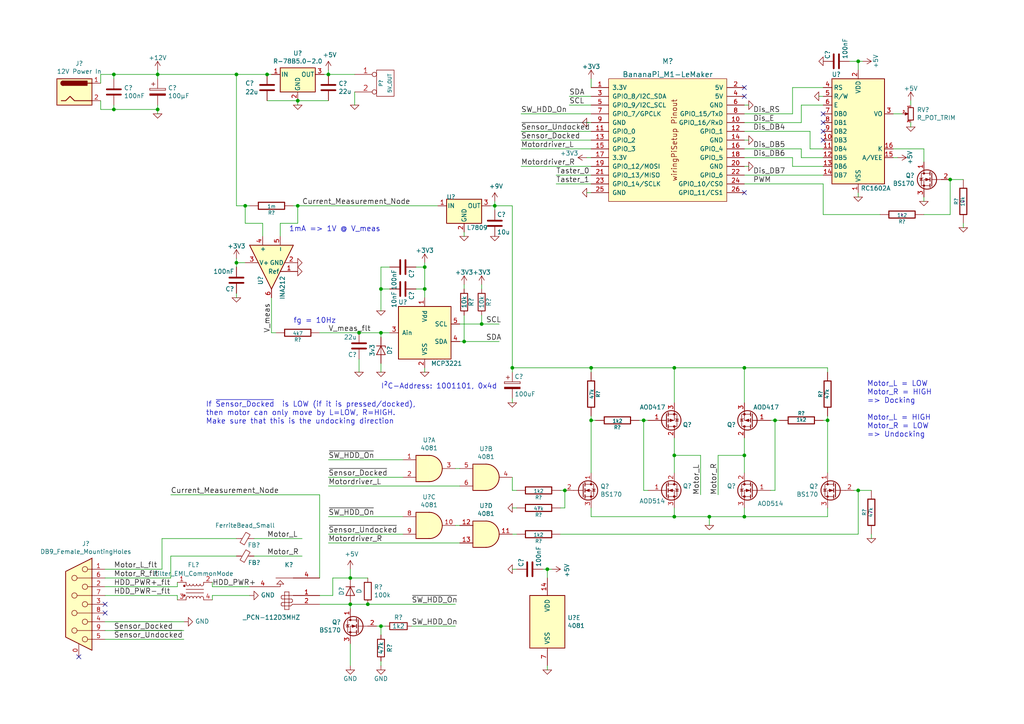
<source format=kicad_sch>
(kicad_sch (version 20211123) (generator eeschema)
  (paper "A4")
  (title_block (title "Backup Server") (date "28 apr 2016") (rev "2") (company "Gras7 Labs"))
  (junction (at 240.03 121.92))
  (junction (at 95.25 21.59))
  (junction (at 158.75 165.1))
  (junction (at 101.6 167.64))
  (junction (at 45.72 31.75))
  (junction (at 215.9 106.68))
  (junction (at 215.9 149.86))
  (junction (at 163.83 142.24))
  (junction (at 110.49 83.82))
  (junction (at 205.74 149.86))
  (junction (at 71.12 59.69))
  (junction (at 86.36 59.69))
  (junction (at 104.14 96.52))
  (junction (at 110.49 96.52))
  (junction (at 275.59 52.07))
  (junction (at 148.59 106.68))
  (junction (at 68.58 21.59))
  (junction (at 195.58 106.68))
  (junction (at 77.47 21.59))
  (junction (at 86.36 29.21))
  (junction (at 224.79 121.92))
  (junction (at 68.58 76.2))
  (junction (at 106.68 175.26))
  (junction (at 248.92 17.78))
  (junction (at 134.62 99.06))
  (junction (at 171.45 106.68))
  (junction (at 101.6 175.26))
  (junction (at 143.51 59.69))
  (junction (at 33.02 31.75))
  (junction (at 195.58 132.08))
  (junction (at 33.02 21.59))
  (junction (at 123.19 77.47))
  (junction (at 123.19 83.82))
  (junction (at 186.69 121.92))
  (junction (at 45.72 21.59))
  (junction (at 248.92 142.24))
  (junction (at 171.45 121.92))
  (junction (at 110.49 181.61))
  (junction (at 215.9 132.08))
  (junction (at 195.58 149.86))
  (junction (at 139.7 93.98))
  (no_connect (at 238.76 33.02))
  (no_connect (at 215.9 55.88))
  (no_connect (at 215.9 27.94))
  (no_connect (at 238.76 40.64))
  (no_connect (at 22.86 190.5))
  (no_connect (at 30.48 177.8))
  (no_connect (at 238.76 35.56))
  (no_connect (at 238.76 38.1))
  (no_connect (at 215.9 25.4))
  (no_connect (at 30.48 175.26))
  (wire (pts (xy 223.52 142.24) (xy 224.79 142.24)))
  (wire (pts (xy 95.25 149.86) (xy 116.84 149.86)))
  (wire (pts (xy 148.59 106.68) (xy 148.59 107.95)))
  (wire (pts (xy 49.53 161.29) (xy 49.53 167.64)))
  (wire (pts (xy 95.25 133.35) (xy 116.84 133.35)))
  (wire (pts (xy 148.59 165.1) (xy 149.86 165.1)))
  (wire (pts (xy 123.19 83.82) (xy 123.19 86.36)))
  (wire (pts (xy 110.49 97.79) (xy 110.49 96.52)))
  (wire (pts (xy 101.6 165.1) (xy 101.6 167.64)))
  (wire (pts (xy 279.4 66.04) (xy 279.4 64.77)))
  (wire (pts (xy 49.53 161.29) (xy 68.58 161.29)))
  (wire (pts (xy 113.03 83.82) (xy 110.49 83.82)))
  (wire (pts (xy 208.28 132.08) (xy 208.28 143.51)))
  (wire (pts (xy 252.73 156.21) (xy 252.73 154.94)))
  (wire (pts (xy 86.36 64.77) (xy 86.36 59.69)))
  (wire (pts (xy 238.76 62.23) (xy 255.27 62.23)))
  (wire (pts (xy 171.45 120.65) (xy 171.45 121.92)))
  (wire (pts (xy 223.52 121.92) (xy 224.79 121.92)))
  (wire (pts (xy 229.87 25.4) (xy 238.76 25.4)))
  (wire (pts (xy 120.65 77.47) (xy 123.19 77.47)))
  (wire (pts (xy 102.87 26.67) (xy 102.87 30.48)))
  (wire (pts (xy 95.25 157.48) (xy 133.35 157.48)))
  (wire (pts (xy 106.68 175.26) (xy 101.6 175.26)))
  (wire (pts (xy 68.58 76.2) (xy 68.58 77.47)))
  (wire (pts (xy 148.59 115.57) (xy 148.59 116.84)))
  (wire (pts (xy 215.9 38.1) (xy 234.95 38.1)))
  (wire (pts (xy 109.22 181.61) (xy 110.49 181.61)))
  (wire (pts (xy 102.87 21.59) (xy 95.25 21.59)))
  (wire (pts (xy 148.59 142.24) (xy 149.86 142.24)))
  (wire (pts (xy 110.49 191.77) (xy 110.49 193.04)))
  (wire (pts (xy 215.9 53.34) (xy 238.76 53.34)))
  (wire (pts (xy 161.29 50.8) (xy 171.45 50.8)))
  (wire (pts (xy 95.25 21.59) (xy 95.25 20.32)))
  (wire (pts (xy 151.13 43.18) (xy 171.45 43.18)))
  (wire (pts (xy 110.49 77.47) (xy 110.49 83.82)))
  (wire (pts (xy 51.435 168.91) (xy 51.435 170.18)))
  (wire (pts (xy 68.58 74.93) (xy 68.58 76.2)))
  (wire (pts (xy 30.48 172.72) (xy 51.435 172.72)))
  (wire (pts (xy 110.49 181.61) (xy 111.76 181.61)))
  (wire (pts (xy 116.84 154.94) (xy 95.25 154.94)))
  (wire (pts (xy 30.48 170.18) (xy 51.435 170.18)))
  (wire (pts (xy 78.74 86.36) (xy 78.74 96.52)))
  (wire (pts (xy 33.02 22.86) (xy 33.02 21.59)))
  (wire (pts (xy 215.9 50.8) (xy 238.76 50.8)))
  (wire (pts (xy 248.92 20.32) (xy 248.92 17.78)))
  (wire (pts (xy 170.18 35.56) (xy 171.45 35.56)))
  (wire (pts (xy 53.34 185.42) (xy 30.48 185.42)))
  (wire (pts (xy 119.38 181.61) (xy 132.08 181.61)))
  (wire (pts (xy 237.49 27.94) (xy 238.76 27.94)))
  (wire (pts (xy 186.69 142.24) (xy 186.69 121.92)))
  (wire (pts (xy 76.2 64.77) (xy 76.2 68.58)))
  (wire (pts (xy 234.95 43.18) (xy 238.76 43.18)))
  (wire (pts (xy 96.52 172.72) (xy 96.52 167.64)))
  (wire (pts (xy 240.03 121.92) (xy 240.03 137.16)))
  (wire (pts (xy 195.58 106.68) (xy 215.9 106.68)))
  (wire (pts (xy 148.59 106.68) (xy 171.45 106.68)))
  (wire (pts (xy 171.45 107.95) (xy 171.45 106.68)))
  (wire (pts (xy 275.59 52.07) (xy 275.59 62.23)))
  (wire (pts (xy 195.58 147.32) (xy 195.58 149.86)))
  (wire (pts (xy 208.28 132.08) (xy 215.9 132.08)))
  (wire (pts (xy 267.97 62.23) (xy 275.59 62.23)))
  (wire (pts (xy 163.83 147.32) (xy 163.83 142.24)))
  (wire (pts (xy 224.79 121.92) (xy 226.06 121.92)))
  (wire (pts (xy 81.28 68.58) (xy 81.28 64.77)))
  (wire (pts (xy 77.47 21.59) (xy 68.58 21.59)))
  (wire (pts (xy 61.595 172.72) (xy 72.39 172.72)))
  (wire (pts (xy 33.02 31.75) (xy 45.72 31.75)))
  (wire (pts (xy 46.99 156.21) (xy 68.58 156.21)))
  (wire (pts (xy 279.4 52.07) (xy 275.59 52.07)))
  (wire (pts (xy 101.6 186.69) (xy 101.6 193.04)))
  (wire (pts (xy 134.62 68.58) (xy 134.62 67.31)))
  (wire (pts (xy 143.51 60.96) (xy 143.51 59.69)))
  (wire (pts (xy 267.97 43.18) (xy 267.97 46.99)))
  (wire (pts (xy 240.03 107.95) (xy 240.03 106.68)))
  (wire (pts (xy 92.71 96.52) (xy 104.14 96.52)))
  (wire (pts (xy 171.45 22.86) (xy 171.45 25.4)))
  (wire (pts (xy 92.71 167.64) (xy 92.71 143.51)))
  (wire (pts (xy 45.72 21.59) (xy 33.02 21.59)))
  (wire (pts (xy 264.16 35.56) (xy 264.16 36.83)))
  (wire (pts (xy 139.7 91.44) (xy 139.7 93.98)))
  (wire (pts (xy 95.25 29.21) (xy 86.36 29.21)))
  (wire (pts (xy 45.72 33.02) (xy 45.72 31.75)))
  (wire (pts (xy 104.14 96.52) (xy 110.49 96.52)))
  (wire (pts (xy 195.58 132.08) (xy 195.58 137.16)))
  (wire (pts (xy 73.66 156.21) (xy 87.63 156.21)))
  (wire (pts (xy 45.72 21.59) (xy 68.58 21.59)))
  (wire (pts (xy 71.12 59.69) (xy 68.58 59.69)))
  (wire (pts (xy 120.65 83.82) (xy 123.19 83.82)))
  (wire (pts (xy 215.9 106.68) (xy 240.03 106.68)))
  (wire (pts (xy 171.45 121.92) (xy 171.45 137.16)))
  (wire (pts (xy 30.48 165.1) (xy 46.99 165.1)))
  (wire (pts (xy 185.42 121.92) (xy 186.69 121.92)))
  (wire (pts (xy 116.84 138.43) (xy 95.25 138.43)))
  (wire (pts (xy 123.19 76.2) (xy 123.19 77.47)))
  (wire (pts (xy 133.35 99.06) (xy 134.62 99.06)))
  (wire (pts (xy 92.71 172.72) (xy 96.52 172.72)))
  (wire (pts (xy 68.58 86.36) (xy 68.58 85.09)))
  (wire (pts (xy 158.75 194.31) (xy 158.75 193.04)))
  (wire (pts (xy 240.03 149.86) (xy 240.03 147.32)))
  (wire (pts (xy 113.03 77.47) (xy 110.49 77.47)))
  (wire (pts (xy 264.16 29.21) (xy 264.16 30.48)))
  (wire (pts (xy 51.435 172.72) (xy 51.435 173.99)))
  (wire (pts (xy 106.68 175.26) (xy 132.08 175.26)))
  (wire (pts (xy 96.52 167.64) (xy 101.6 167.64)))
  (wire (pts (xy 151.13 40.64) (xy 171.45 40.64)))
  (wire (pts (xy 248.92 154.94) (xy 162.56 154.94)))
  (wire (pts (xy 33.02 21.59) (xy 29.21 21.59)))
  (wire (pts (xy 259.08 33.02) (xy 261.62 33.02)))
  (wire (pts (xy 229.87 48.26) (xy 238.76 48.26)))
  (wire (pts (xy 215.9 33.02) (xy 229.87 33.02)))
  (wire (pts (xy 139.7 82.55) (xy 139.7 83.82)))
  (wire (pts (xy 95.25 140.97) (xy 133.35 140.97)))
  (wire (pts (xy 205.74 152.4) (xy 205.74 149.86)))
  (wire (pts (xy 187.96 142.24) (xy 186.69 142.24)))
  (wire (pts (xy 148.59 59.69) (xy 148.59 106.68)))
  (wire (pts (xy 158.75 165.1) (xy 157.48 165.1)))
  (wire (pts (xy 246.38 17.78) (xy 248.92 17.78)))
  (wire (pts (xy 171.45 53.34) (xy 161.29 53.34)))
  (wire (pts (xy 195.58 106.68) (xy 195.58 116.84)))
  (wire (pts (xy 77.47 29.21) (xy 86.36 29.21)))
  (wire (pts (xy 232.41 30.48) (xy 232.41 35.56)))
  (wire (pts (xy 93.98 21.59) (xy 95.25 21.59)))
  (wire (pts (xy 203.2 132.08) (xy 195.58 132.08)))
  (wire (pts (xy 123.19 77.47) (xy 123.19 83.82)))
  (wire (pts (xy 215.9 40.64) (xy 217.17 40.64)))
  (wire (pts (xy 234.95 38.1) (xy 234.95 43.18)))
  (wire (pts (xy 259.08 43.18) (xy 267.97 43.18)))
  (wire (pts (xy 101.6 175.26) (xy 92.71 175.26)))
  (wire (pts (xy 29.21 21.59) (xy 29.21 24.13)))
  (wire (pts (xy 101.6 175.26) (xy 101.6 176.53)))
  (wire (pts (xy 170.18 45.72) (xy 171.45 45.72)))
  (wire (pts (xy 110.49 83.82) (xy 110.49 90.17)))
  (wire (pts (xy 229.87 33.02) (xy 229.87 25.4)))
  (wire (pts (xy 61.595 172.72) (xy 61.595 173.99)))
  (wire (pts (xy 134.62 91.44) (xy 134.62 99.06)))
  (wire (pts (xy 151.13 33.02) (xy 171.45 33.02)))
  (wire (pts (xy 132.08 152.4) (xy 133.35 152.4)))
  (wire (pts (xy 143.51 59.69) (xy 148.59 59.69)))
  (wire (pts (xy 81.28 64.77) (xy 86.36 64.77)))
  (wire (pts (xy 215.9 106.68) (xy 215.9 116.84)))
  (wire (pts (xy 252.73 142.24) (xy 248.92 142.24)))
  (wire (pts (xy 149.86 147.32) (xy 148.59 147.32)))
  (wire (pts (xy 215.9 149.86) (xy 240.03 149.86)))
  (wire (pts (xy 143.51 59.69) (xy 143.51 58.42)))
  (wire (pts (xy 171.45 149.86) (xy 195.58 149.86)))
  (wire (pts (xy 240.03 121.92) (xy 238.76 121.92)))
  (wire (pts (xy 163.83 147.32) (xy 162.56 147.32)))
  (wire (pts (xy 217.17 30.48) (xy 215.9 30.48)))
  (wire (pts (xy 30.48 180.34) (xy 53.34 180.34)))
  (wire (pts (xy 215.9 132.08) (xy 215.9 137.16)))
  (wire (pts (xy 248.92 57.15) (xy 248.92 55.88)))
  (wire (pts (xy 248.92 142.24) (xy 248.92 154.94)))
  (wire (pts (xy 134.62 99.06) (xy 144.78 99.06)))
  (wire (pts (xy 149.86 154.94) (xy 148.59 154.94)))
  (wire (pts (xy 33.02 30.48) (xy 33.02 31.75)))
  (wire (pts (xy 151.13 48.26) (xy 171.45 48.26)))
  (wire (pts (xy 165.1 30.48) (xy 171.45 30.48)))
  (wire (pts (xy 267.97 58.42) (xy 267.97 57.15)))
  (wire (pts (xy 224.79 142.24) (xy 224.79 121.92)))
  (wire (pts (xy 165.1 27.94) (xy 171.45 27.94)))
  (wire (pts (xy 148.59 138.43) (xy 148.59 142.24)))
  (wire (pts (xy 61.595 168.91) (xy 61.595 170.18)))
  (wire (pts (xy 170.18 55.88) (xy 171.45 55.88)))
  (wire (pts (xy 229.87 45.72) (xy 229.87 48.26)))
  (wire (pts (xy 232.41 35.56) (xy 215.9 35.56)))
  (wire (pts (xy 86.36 30.48) (xy 86.36 29.21)))
  (wire (pts (xy 45.72 31.75) (xy 45.72 30.48)))
  (wire (pts (xy 158.75 165.1) (xy 158.75 167.64)))
  (wire (pts (xy 195.58 127) (xy 195.58 132.08)))
  (wire (pts (xy 134.62 82.55) (xy 134.62 83.82)))
  (wire (pts (xy 162.56 142.24) (xy 163.83 142.24)))
  (wire (pts (xy 78.74 21.59) (xy 77.47 21.59)))
  (wire (pts (xy 104.14 104.14) (xy 104.14 107.95)))
  (wire (pts (xy 30.48 182.88) (xy 53.34 182.88)))
  (wire (pts (xy 151.13 38.1) (xy 171.45 38.1)))
  (wire (pts (xy 29.21 29.21) (xy 29.21 31.75)))
  (wire (pts (xy 240.03 120.65) (xy 240.03 121.92)))
  (wire (pts (xy 45.72 22.86) (xy 45.72 21.59)))
  (wire (pts (xy 123.19 106.68) (xy 123.19 107.95)))
  (wire (pts (xy 86.36 59.69) (xy 127 59.69)))
  (wire (pts (xy 160.02 165.1) (xy 158.75 165.1)))
  (wire (pts (xy 49.53 143.51) (xy 92.71 143.51)))
  (wire (pts (xy 205.74 149.86) (xy 215.9 149.86)))
  (wire (pts (xy 61.595 170.18) (xy 72.39 170.18)))
  (wire (pts (xy 172.72 121.92) (xy 171.45 121.92)))
  (wire (pts (xy 195.58 149.86) (xy 205.74 149.86)))
  (wire (pts (xy 78.74 96.52) (xy 80.01 96.52)))
  (wire (pts (xy 46.99 165.1) (xy 46.99 156.21)))
  (wire (pts (xy 238.76 30.48) (xy 232.41 30.48)))
  (wire (pts (xy 132.08 135.89) (xy 133.35 135.89)))
  (wire (pts (xy 139.7 93.98) (xy 144.78 93.98)))
  (wire (pts (xy 171.45 106.68) (xy 195.58 106.68)))
  (wire (pts (xy 171.45 147.32) (xy 171.45 149.86)))
  (wire (pts (xy 260.35 45.72) (xy 259.08 45.72)))
  (wire (pts (xy 110.49 107.95) (xy 110.49 105.41)))
  (wire (pts (xy 215.9 45.72) (xy 229.87 45.72)))
  (wire (pts (xy 248.92 17.78) (xy 250.19 17.78)))
  (wire (pts (xy 71.12 64.77) (xy 76.2 64.77)))
  (wire (pts (xy 68.58 59.69) (xy 68.58 21.59)))
  (wire (pts (xy 45.72 20.32) (xy 45.72 21.59)))
  (wire (pts (xy 232.41 43.18) (xy 232.41 45.72)))
  (wire (pts (xy 203.2 132.08) (xy 203.2 143.51)))
  (wire (pts (xy 73.66 161.29) (xy 87.63 161.29)))
  (wire (pts (xy 71.12 59.69) (xy 71.12 64.77)))
  (wire (pts (xy 186.69 121.92) (xy 187.96 121.92)))
  (wire (pts (xy 113.03 96.52) (xy 110.49 96.52)))
  (wire (pts (xy 247.65 142.24) (xy 248.92 142.24)))
  (wire (pts (xy 215.9 48.26) (xy 217.17 48.26)))
  (wire (pts (xy 68.58 76.2) (xy 71.12 76.2)))
  (wire (pts (xy 133.35 93.98) (xy 139.7 93.98)))
  (wire (pts (xy 106.68 167.64) (xy 101.6 167.64)))
  (wire (pts (xy 85.09 59.69) (xy 86.36 59.69)))
  (wire (pts (xy 110.49 181.61) (xy 110.49 184.15)))
  (wire (pts (xy 30.48 167.64) (xy 49.53 167.64)))
  (wire (pts (xy 72.39 59.69) (xy 71.12 59.69)))
  (wire (pts (xy 215.9 127) (xy 215.9 132.08)))
  (wire (pts (xy 142.24 59.69) (xy 143.51 59.69)))
  (wire (pts (xy 215.9 43.18) (xy 232.41 43.18)))
  (wire (pts (xy 29.21 31.75) (xy 33.02 31.75)))
  (wire (pts (xy 232.41 45.72) (xy 238.76 45.72)))
  (wire (pts (xy 238.76 53.34) (xy 238.76 62.23)))
  (wire (pts (xy 215.9 149.86) (xy 215.9 147.32)))
  (text "Motor_L = LOW\nMotor_R = HIGH\n=> Docking\n\nMotor_L = HIGH\nMotor_R = LOW\n=> Undocking" (at 251.46 127 0) (effects (font (size 1.524 1.524)) (justify left bottom)))
  (text "fg = 10Hz" (at 85.09 93.98 0) (effects (font (size 1.524 1.524)) (justify left bottom)))
  (text "1mA => 1V @ V_meas\n\n" (at 83.82 69.85 0) (effects (font (size 1.524 1.524)) (justify left bottom)))
  (text "I²C-Address: 1001101, 0x4d" (at 110.49 113.03 0) (effects (font (size 1.524 1.524)) (justify left bottom)))
  (text "If ~{Sensor_Docked}  is LOW (if it is pressed/docked),\nthen motor can only move by L=LOW, R=HIGH. \nMake sure that this is the undocking direction" (at 59.69 123.19 0) (effects (font (size 1.524 1.524)) (justify left bottom)))
  (label "~{SW_HDD_On}" (at 95.25 149.86 0) (effects (font (size 1.524 1.524))))
  (label "Motordriver_L" (at 151.13 43.18 0) (effects (font (size 1.524 1.524))))
  (label "Taster_1" (at 161.29 53.34 0) (effects (font (size 1.524 1.524))))
  (label "~{SW_HDD_On}" (at 95.25 133.35 0) (effects (font (size 1.524 1.524))))
  (label "Motor_R_flt" (at 33.02 167.64 0) (effects (font (size 1.524 1.524))))
  (label "~{Sensor_Undocked}" (at 151.13 38.1 0) (effects (font (size 1.524 1.524))))
  (label "Current_Measurement_Node" (at 49.53 143.51 0) (effects (font (size 1.524 1.524))))
  (label "SW_HDD_On" (at 151.13 33.02 0) (effects (font (size 1.524 1.524))))
  (label "Motor_R" (at 208.28 143.51 90) (effects (font (size 1.524 1.524))))
  (label "Dis_RS" (at 218.44 33.02 0) (effects (font (size 1.524 1.524))))
  (label "HDD_PWR+" (at 61.595 170.18 0) (effects (font (size 1.524 1.524))))
  (label "~{Sensor_Docked}" (at 95.25 138.43 0) (effects (font (size 1.524 1.524))))
  (label "Motor_L" (at 203.2 143.51 90) (effects (font (size 1.524 1.524))))
  (label "~{Sensor_Docked}" (at 33.02 182.88 0) (effects (font (size 1.524 1.524))))
  (label "Motordriver_R" (at 151.13 48.26 0) (effects (font (size 1.524 1.524))))
  (label "Motordriver_L" (at 95.25 140.97 0) (effects (font (size 1.524 1.524))))
  (label "Dis_DB7" (at 218.44 50.8 0) (effects (font (size 1.524 1.524))))
  (label "Motor_R" (at 77.47 161.29 0) (effects (font (size 1.524 1.524))))
  (label "~{Sensor_Undocked}" (at 95.25 154.94 0) (effects (font (size 1.524 1.524))))
  (label "Motor_L_flt" (at 33.02 165.1 0) (effects (font (size 1.524 1.524))))
  (label "PWM" (at 218.44 53.34 0) (effects (font (size 1.524 1.524))))
  (label "Dis_E" (at 218.44 35.56 0) (effects (font (size 1.524 1.524))))
  (label "SCL" (at 140.97 93.98 0) (effects (font (size 1.524 1.524))))
  (label "V_meas" (at 78.74 96.52 90) (effects (font (size 1.524 1.524))))
  (label "~{Sensor_Undocked}" (at 33.02 185.42 0) (effects (font (size 1.524 1.524))))
  (label "Current_Measurement_Node" (at 87.63 59.69 0) (effects (font (size 1.524 1.524))))
  (label "~{Sensor_Docked}" (at 151.13 40.64 0) (effects (font (size 1.524 1.524))))
  (label "Motor_L" (at 77.47 156.21 0) (effects (font (size 1.524 1.524))))
  (label "V_meas_flt" (at 95.25 96.52 0) (effects (font (size 1.524 1.524))))
  (label "~{SW_HDD_On}" (at 119.38 175.26 0) (effects (font (size 1.524 1.524))))
  (label "SDA" (at 165.1 27.94 0) (effects (font (size 1.524 1.524))))
  (label "Motordriver_R" (at 95.25 157.48 0) (effects (font (size 1.524 1.524))))
  (label "SDA" (at 140.97 99.06 0) (effects (font (size 1.524 1.524))))
  (label "SCL" (at 165.1 30.48 0) (effects (font (size 1.524 1.524))))
  (label "Taster_0" (at 161.29 50.8 0) (effects (font (size 1.524 1.524))))
  (label "Dis_DB5" (at 218.44 43.18 0) (effects (font (size 1.524 1.524))))
  (label "HDD_PWR-_flt" (at 33.02 172.72 0) (effects (font (size 1.524 1.524))))
  (label "Dis_DB4" (at 218.44 38.1 0) (effects (font (size 1.524 1.524))))
  (label "SW_HDD_On" (at 119.38 181.61 0) (effects (font (size 1.524 1.524))))
  (label "HDD_PWR+_flt" (at 33.02 170.18 0) (effects (font (size 1.524 1.524))))
  (label "Dis_DB6" (at 218.44 45.72 0) (effects (font (size 1.524 1.524))))
  (symbol (lib_id "BackupServer-rescue:GND-RESCUE-BackupServer-BackupServer-rescue") (at 45.72 33.02 0) (unit 1)
    (property "Reference" "#PWR01" (effects hide))
    (property "Value" "GND" (effects hide))
  )
  (symbol (lib_id "BackupServer-rescue:GND-RESCUE-BackupServer-BackupServer-rescue") (at 267.97 58.42 0) (unit 1)
    (property "Reference" "#PWR08" (effects hide))
    (property "Value" "GND" (effects hide))
  )
  (symbol (lib_id "power:+12V") (at 45.72 20.32 0) (unit 1)
    (property "Reference" "#PWR016" (effects hide))
    (property "Value" "+12V" (at 45.72 16.764 0))
  )
  (symbol (lib_id "power:+5V") (at 260.35 45.72 270) (unit 1)
    (property "Reference" "#PWR?" (effects hide))
    (property "Value" "+5V" (at 263.906 45.72 0))
  )
  (symbol (lib_id "BackupServer-rescue:R-RESCUE-BackupServer-BackupServer-rescue") (at 261.62 62.23 270) (unit 1)
    (property "Reference" "R?" (at 261.62 64.262 90) (effects (font (size 1.016 1.016))))
    (property "Value" "1k2" (at 261.6454 62.4078 90) (effects (font (size 1.016 1.016))))
    (property "Datasheet" "~" (at 261.62 62.23 0) (effects (font (size 0.762 0.762))))
  )
  (symbol (lib_id "Device:R_Potentiometer_Small") (at 264.16 33.02 0) (mirror y) (unit 1)
    (property "Reference" "RV?" (at 265.9126 31.8516 0) (effects (justify right)))
    (property "Value" "R_POT_TRIM" (at 265.9126 34.163 0) (effects (justify right)))
  )
  (symbol (lib_id "power:+5V") (at 264.16 29.21 0) (unit 1)
    (property "Reference" "#PWR?" (effects hide))
    (property "Value" "+5V" (at 264.16 25.654 0))
  )
  (symbol (lib_id "power:+5V") (at 250.19 17.78 270) (unit 1)
    (property "Reference" "#PWR?" (effects hide))
    (property "Value" "+5V" (at 254 17.78 0))
  )
  (symbol (lib_id "BackupServer-rescue:GND-RESCUE-BackupServer-BackupServer-rescue") (at 264.16 36.83 0) (unit 1)
    (property "Reference" "#PWR?" (effects hide))
    (property "Value" "GND" (effects hide))
  )
  (symbol (lib_id "BackupServer-rescue:C-BackupServer-rescue") (at 242.57 17.78 90) (unit 1)
    (property "Reference" "C?" (at 240.03 17.145 0) (effects (justify left)))
    (property "Value" "100nF" (at 245.11 17.145 0) (effects (justify left)))
    (property "Footprint" "Capacitors_SMD:C_0805_HandSoldering" (effects hide))
  )
  (symbol (lib_id "BackupServer-rescue:GND-RESCUE-BackupServer-BackupServer-rescue") (at 238.76 17.78 270) (unit 1)
    (property "Reference" "#PWR?" (effects hide))
    (property "Value" "GND" (effects hide))
  )
  (symbol (lib_id "BackupServer-rescue:CONN_2-BackupServer-rescue") (at 111.76 24.13 0) (unit 1)
    (property "Reference" "P?" (at 110.49 24.13 90) (effects (font (size 1.016 1.016))))
    (property "Value" "5V_OUT" (at 113.03 24.13 90) (effects (font (size 1.016 1.016))))
    (property "Footprint" "Connect:BARREL_JACK" (effects hide))
    (property "Datasheet" "http://www.cui.com/product/resource/digikeypdf/pj-102a.pdf" (effects hide))
  )
  (symbol (lib_id "Connector:DB9_Female_MountingHoles") (at 22.86 175.26 0) (mirror y) (unit 1)
    (property "Reference" "J?" (at 24.892 157.6832 0))
    (property "Value" "DB9_Female_MountingHoles" (at 24.892 159.9946 0))
    (property "Datasheet" " ~" (effects hide))
  )
  (symbol (lib_id "power:GND") (at 72.39 172.72 90) (unit 1)
    (property "Reference" "#PWR?" (effects hide))
    (property "Value" "GND" (at 75.6412 172.593 90) (effects (justify right)))
  )
  (symbol (lib_id "power:GND") (at 53.34 180.34 90) (unit 1)
    (property "Reference" "#PWR?" (effects hide))
    (property "Value" "GND" (at 56.5912 180.213 90) (effects (justify right)))
  )
  (symbol (lib_id "BackupServer-rescue:C-BackupServer-rescue") (at 33.02 26.67 0) (unit 1)
    (property "Reference" "C?" (at 35.941 25.5016 0) (effects (justify left)))
    (property "Value" "100nF" (at 35.941 27.813 0) (effects (justify left)))
  )
  (symbol (lib_id "BackupServer-rescue:CP-BackupServer-rescue") (at 45.72 26.67 0) (unit 1)
    (property "Reference" "C?" (at 48.7172 25.5016 0) (effects (justify left)))
    (property "Value" "100µF" (at 48.7172 27.813 0) (effects (justify left)))
  )
  (symbol (lib_id "Regulator_Switching:R-78B5.0-2.0") (at 86.36 21.59 0) (unit 1)
    (property "Reference" "U?" (at 86.36 15.4432 0))
    (property "Value" "R-78B5.0-2.0" (at 86.36 17.7546 0))
    (property "Footprint" "Converter_DCDC:Converter_DCDC_RECOM_R-78B-2.0_THT" (effects hide))
    (property "Datasheet" "https://www.recom-power.com/pdf/Innoline/R-78Bxx-2.0.pdf" (effects hide))
  )
  (symbol (lib_id "Connector:Barrel_Jack") (at 21.59 26.67 0) (unit 1)
    (property "Reference" "J?" (at 22.987 18.415 0))
    (property "Value" "12V Power In" (at 22.987 20.7264 0))
    (property "Digikey" "CP-102A-ND" (effects hide))
    (property "Outer Diameter" "5.5mm" (effects hide))
    (property "Inner Diameter" "0.2mm" (effects hide))
  )
  (symbol (lib_id "BackupServer-rescue:GND-RESCUE-BackupServer-BackupServer-rescue") (at 86.36 30.48 0) (unit 1)
    (property "Reference" "#PWR?" (effects hide))
    (property "Value" "GND" (effects hide))
  )
  (symbol (lib_id "power:+5V") (at 95.25 20.32 0) (unit 1)
    (property "Reference" "#PWR?" (effects hide))
    (property "Value" "+5V" (at 95.631 15.9258 0))
  )
  (symbol (lib_id "BackupServer-rescue:C-BackupServer-rescue") (at 95.25 25.4 0) (unit 1)
    (property "Reference" "C?" (at 98.171 24.2316 0) (effects (justify left)))
    (property "Value" "22u" (at 98.171 26.543 0) (effects (justify left)))
  )
  (symbol (lib_id "BackupServer-rescue:C-BackupServer-rescue") (at 77.47 25.4 0) (unit 1)
    (property "Reference" "C?" (at 71.12 24.13 0) (effects (justify left)))
    (property "Value" "22u" (at 71.12 26.67 0) (effects (justify left)))
  )
  (symbol (lib_id "Transistor_FET:BS170") (at 270.51 52.07 0) (mirror y) (unit 1)
    (property "Reference" "Q?" (at 265.2776 50.9016 0) (effects (justify left)))
    (property "Value" "BS170" (at 265.2776 53.213 0) (effects (justify left)))
    (property "Footprint" "Package_TO_SOT_THT:TO-92_Inline" (effects hide))
    (property "Datasheet" "http://www.fairchildsemi.com/ds/BS/BS170.pdf" (effects hide))
  )
  (symbol (lib_id "BackupServer-rescue:R-RESCUE-BackupServer-BackupServer-rescue") (at 179.07 121.92 270) (unit 1)
    (property "Reference" "R?" (at 179.07 123.952 90) (effects (font (size 1.016 1.016))))
    (property "Value" "1k2" (at 179.0954 122.0978 90) (effects (font (size 1.016 1.016))))
    (property "Footprint" "Resistors_SMD:R_0805_HandSoldering" (effects hide))
  )
  (symbol (lib_id "BackupServer-rescue:R-RESCUE-BackupServer-BackupServer-rescue") (at 171.45 114.3 0) (unit 1)
    (property "Reference" "R?" (at 173.482 114.3 90) (effects (font (size 1.016 1.016))))
    (property "Value" "47k" (at 171.6278 114.2746 90) (effects (font (size 1.016 1.016))))
    (property "Footprint" "Resistors_SMD:R_0805_HandSoldering" (effects hide))
  )
  (symbol (lib_id "BackupServer-rescue:R-RESCUE-BackupServer-BackupServer-rescue") (at 232.41 121.92 270) (mirror x) (unit 1)
    (property "Reference" "R?" (at 232.41 119.888 90) (effects (font (size 1.016 1.016))))
    (property "Value" "1k2" (at 232.4354 121.7422 90) (effects (font (size 1.016 1.016))))
    (property "Footprint" "Resistors_SMD:R_0805_HandSoldering" (effects hide))
  )
  (symbol (lib_id "BackupServer-rescue:R-RESCUE-BackupServer-BackupServer-rescue") (at 240.03 114.3 0) (mirror y) (unit 1)
    (property "Reference" "R?" (at 237.998 114.3 90) (effects (font (size 1.016 1.016))))
    (property "Value" "47k" (at 239.8522 114.2746 90) (effects (font (size 1.016 1.016))))
    (property "Footprint" "Resistors_SMD:R_0805_HandSoldering" (effects hide))
  )
  (symbol (lib_id "BackupServer-rescue:R-RESCUE-BackupServer-BackupServer-rescue") (at 156.21 154.94 90) (mirror x) (unit 1)
    (property "Reference" "R?" (at 156.21 156.972 90) (effects (font (size 1.016 1.016))))
    (property "Value" "1k2" (at 156.1846 155.1178 90) (effects (font (size 1.016 1.016))))
    (property "Footprint" "Resistors_SMD:R_0805_HandSoldering" (effects hide))
  )
  (symbol (lib_id "BackupServer-rescue:Q_NMOS_GDS-BackupServer-rescue") (at 193.04 142.24 0) (unit 1)
    (property "Reference" "Q?" (at 200.66 140.97 0) (effects (justify right)))
    (property "Value" "AOD514" (at 185.42 146.05 0) (effects (justify left bottom)))
    (property "Footprint" "TO_SOT_Packages_SMD:SOT-428" (effects hide))
    (property "Datasheet" "http://aosmd.com/res/data_sheets/AOD514.pdf" (effects hide))
    (property "SPR" "Digikey" (effects hide))
    (property "SPN" "785-1357-1-ND" (effects hide))
  )
  (symbol (lib_id "BackupServer-rescue:Q_NMOS_GDS-BackupServer-rescue") (at 218.44 142.24 0) (mirror y) (unit 1)
    (property "Reference" "Q?" (at 210.82 140.97 0) (effects (justify right)))
    (property "Value" "AOD514" (at 219.71 146.05 0) (effects (justify right)))
    (property "Footprint" "TO_SOT_Packages_SMD:SOT-428" (effects hide))
    (property "Datasheet" "http://aosmd.com/res/data_sheets/AOD514.pdf" (effects hide))
    (property "SPR" "Digikey" (effects hide))
    (property "SPN" "785-1357-1-ND" (effects hide))
  )
  (symbol (lib_id "BackupServer-rescue:Q_PMOS_GDS-BackupServer-rescue") (at 193.04 121.92 0) (mirror x) (unit 1)
    (property "Reference" "Q?" (at 200.66 123.19 0) (effects (justify right)))
    (property "Value" "AOD417" (at 193.04 118.11 0) (effects (justify right)))
    (property "Footprint" "TO_SOT_Packages_SMD:SOT-428" (effects hide))
    (property "Datasheet" "http://aosmd.com/res/data_sheets/AOD417.pdf" (effects hide))
    (property "SPR" "Digikey" (effects hide))
    (property "SPN" "785-1106-1-ND" (effects hide))
  )
  (symbol (lib_id "BackupServer-rescue:Q_PMOS_GDS-BackupServer-rescue") (at 218.44 121.92 180) (unit 1)
    (property "Reference" "Q?" (at 210.82 123.19 0) (effects (justify right)))
    (property "Value" "AOD417" (at 218.44 118.11 0) (effects (justify right)))
    (property "Footprint" "TO_SOT_Packages_SMD:SOT-428" (effects hide))
    (property "Datasheet" "http://aosmd.com/res/data_sheets/AOD417.pdf" (effects hide))
    (property "SPR" "Digikey" (effects hide))
    (property "SPN" "785-1106-1-ND" (effects hide))
  )
  (symbol (lib_id "BackupServer-rescue:GND-RESCUE-BackupServer-BackupServer-rescue") (at 148.59 116.84 0) (unit 1)
    (property "Reference" "#PWR?" (effects hide))
    (property "Value" "GND" (effects hide))
  )
  (symbol (lib_id "BackupServer-rescue:CP-BackupServer-rescue") (at 148.59 111.76 0) (unit 1)
    (property "Reference" "C?" (at 149.225 109.22 0) (effects (justify left)))
    (property "Value" "100uF" (at 149.225 114.3 0) (effects (justify left)))
  )
  (symbol (lib_id "BackupServer-rescue:GND-RESCUE-BackupServer-BackupServer-rescue") (at 205.74 152.4 0) (unit 1)
    (property "Reference" "#PWR?" (effects hide))
    (property "Value" "GND" (effects hide))
  )
  (symbol (lib_id "Transistor_FET:BS170") (at 168.91 142.24 0) (unit 1)
    (property "Reference" "Q?" (at 174.117 141.0716 0) (effects (justify left)))
    (property "Value" "BS170" (at 174.117 143.383 0) (effects (justify left)))
    (property "Footprint" "Package_TO_SOT_THT:TO-92_Inline" (effects hide))
    (property "Datasheet" "http://www.fairchildsemi.com/ds/BS/BS170.pdf" (effects hide))
  )
  (symbol (lib_id "Transistor_FET:BS170") (at 242.57 142.24 0) (mirror y) (unit 1)
    (property "Reference" "Q?" (at 237.3376 141.0716 0) (effects (justify left)))
    (property "Value" "BS170" (at 237.3376 143.383 0) (effects (justify left)))
    (property "Footprint" "Package_TO_SOT_THT:TO-92_Inline" (effects hide))
    (property "Datasheet" "http://www.fairchildsemi.com/ds/BS/BS170.pdf" (effects hide))
  )
  (symbol (lib_id "BackupServer-rescue:R-RESCUE-BackupServer-BackupServer-rescue") (at 156.21 142.24 270) (unit 1)
    (property "Reference" "R?" (at 156.21 144.272 90) (effects (font (size 1.016 1.016))))
    (property "Value" "1k2" (at 156.2354 142.4178 90) (effects (font (size 1.016 1.016))))
    (property "Footprint" "Resistors_SMD:R_0805_HandSoldering" (effects hide))
  )
  (symbol (lib_id "BackupServer-rescue:MCP3221-BackupServer-rescue") (at 123.19 96.52 0) (unit 1)
    (property "Reference" "U?" (at 116.84 87.63 0))
    (property "Value" "MCP3221" (at 129.54 105.41 0))
  )
  (symbol (lib_id "BackupServer-rescue:GND-RESCUE-BackupServer-BackupServer-rescue") (at 123.19 107.95 0) (unit 1)
    (property "Reference" "#PWR?" (effects hide))
    (property "Value" "GND" (effects hide))
  )
  (symbol (lib_id "power:+3.3V") (at 123.19 76.2 0) (unit 1)
    (property "Reference" "#PWR?" (effects hide))
    (property "Value" "+3.3V" (at 123.19 72.644 0))
  )
  (symbol (lib_id "BackupServer-rescue:C-BackupServer-rescue") (at 116.84 77.47 270) (unit 1)
    (property "Reference" "C?" (at 119.38 78.105 0) (effects (justify left)))
    (property "Value" "100nF" (at 114.3 78.105 0) (effects (justify left)))
    (property "Footprint" "Capacitors_SMD:C_0805_HandSoldering" (effects hide))
  )
  (symbol (lib_id "BackupServer-rescue:C-BackupServer-rescue") (at 116.84 83.82 270) (unit 1)
    (property "Reference" "C?" (at 119.38 84.455 0) (effects (justify left)))
    (property "Value" "10nF" (at 114.3 84.455 0) (effects (justify left)))
    (property "Footprint" "Capacitors_SMD:C_0805_HandSoldering" (effects hide))
  )
  (symbol (lib_id "BackupServer-rescue:R-BackupServer-rescue") (at 134.62 87.63 0) (unit 1)
    (property "Reference" "R?" (at 136.652 87.63 90))
    (property "Value" "10k" (at 134.62 87.63 90))
    (property "Footprint" "Resistors_SMD:R_0805_HandSoldering" (effects hide))
  )
  (symbol (lib_id "BackupServer-rescue:R-BackupServer-rescue") (at 139.7 87.63 0) (unit 1)
    (property "Reference" "R?" (at 141.732 87.63 90))
    (property "Value" "10k" (at 139.7 87.63 90))
    (property "Footprint" "Resistors_SMD:R_0805_HandSoldering" (effects hide))
  )
  (symbol (lib_id "power:+3.3V") (at 134.62 82.55 0) (unit 1)
    (property "Reference" "#PWR?" (effects hide))
    (property "Value" "+3.3V" (at 134.62 78.994 0))
  )
  (symbol (lib_id "power:+3.3V") (at 139.7 82.55 0) (unit 1)
    (property "Reference" "#PWR?" (effects hide))
    (property "Value" "+3.3V" (at 139.7 78.994 0))
  )
  (symbol (lib_id "BackupServer-rescue:D_Zener-BackupServer-rescue") (at 110.49 101.6 270) (unit 1)
    (property "Reference" "D?" (at 113.03 101.6 0))
    (property "Value" "3v3" (at 107.95 101.6 0))
  )
  (symbol (lib_id "BackupServer-rescue:GND-RESCUE-BackupServer-BackupServer-rescue") (at 110.49 107.95 0) (unit 1)
    (property "Reference" "#PWR?" (effects hide))
    (property "Value" "GND" (effects hide))
  )
  (symbol (lib_id "BackupServer-rescue:INA212-BackupServer-rescue") (at 78.74 76.2 90) (mirror x) (unit 1)
    (property "Reference" "U?" (at 75.565 80.01 0) (effects (justify left)))
    (property "Value" "INA212" (at 81.915 80.01 0) (effects (justify left)))
    (property "Footprint" "TO_SOT_Packages_SMD:SC-70-6_Handsoldering" (effects hide))
    (property "Datasheet" "http://www.ti.com/lit/ds/symlink/ina211.pdf" (effects hide))
    (property "SPR" "Digikey" (effects hide))
    (property "SPN" "296-23586-1-ND" (effects hide))
  )
  (symbol (lib_id "BackupServer-rescue:GND-RESCUE-BackupServer-BackupServer-rescue") (at 68.58 86.36 0) (unit 1)
    (property "Reference" "#PWR?" (effects hide))
    (property "Value" "GND" (effects hide))
  )
  (symbol (lib_id "power:+3.3V") (at 68.58 74.93 0) (unit 1)
    (property "Reference" "#PWR?" (effects hide))
    (property "Value" "+3.3V" (at 68.58 71.374 0))
  )
  (symbol (lib_id "BackupServer-rescue:C-BackupServer-rescue") (at 68.58 81.28 180) (unit 1)
    (property "Reference" "C?" (at 67.945 83.82 0) (effects (justify left)))
    (property "Value" "100nF" (at 67.945 78.74 0) (effects (justify left)))
    (property "Footprint" "Capacitors_SMD:C_0805_HandSoldering" (effects hide))
  )
  (symbol (lib_id "BackupServer-rescue:R-RESCUE-BackupServer-BackupServer-rescue") (at 78.74 59.69 270) (unit 1)
    (property "Reference" "R?" (at 78.74 61.722 90) (effects (font (size 1.016 1.016))))
    (property "Value" "1m" (at 78.7654 59.8678 90) (effects (font (size 1.016 1.016))))
    (property "Footprint" "Resistors_SMD:R_2512_HandSoldering" (effects hide))
    (property "Datasheet" "http://www.rohm.com/web/global/datasheet/PMR18EZPFV/pmr-e" (effects hide))
    (property "MFR" "Rohm Semiconductor" (effects hide))
    (property "MPN" "PMR100HZPFV1L00" (effects hide))
    (property "SPR" "Digikey" (effects hide))
    (property "SPN" "RHM.001AUCT-ND" (effects hide))
  )
  (symbol (lib_id "BackupServer-rescue:GND-RESCUE-BackupServer-BackupServer-rescue") (at 86.36 76.2 90) (unit 1)
    (property "Reference" "#PWR?" (effects hide))
    (property "Value" "GND" (effects hide))
  )
  (symbol (lib_id "BackupServer-rescue:GND-RESCUE-BackupServer-BackupServer-rescue") (at 86.36 78.74 90) (unit 1)
    (property "Reference" "#PWR?" (effects hide))
    (property "Value" "GND" (effects hide))
  )
  (symbol (lib_id "Regulator_Linear:L7809") (at 134.62 59.69 0) (unit 1)
    (property "Reference" "U?" (at 130.81 57.15 0))
    (property "Value" "L7809" (at 138.43 66.04 0))
    (property "Datasheet" "http://www.st.com/content/ccc/resource/technical/document/datasheet/41/4f/b3/b0/12/d4/47/88/CD00000444.pdf/files/CD00000444.pdf/jcr:content/translations/en.CD00000444.pdf" (effects hide))
  )
  (symbol (lib_id "BackupServer-rescue:C-BackupServer-rescue") (at 143.51 64.77 0) (unit 1)
    (property "Reference" "C?" (at 144.145 62.23 0) (effects (justify left)))
    (property "Value" "10u" (at 144.145 67.31 0) (effects (justify left)))
  )
  (symbol (lib_id "BackupServer-rescue:GND-RESCUE-BackupServer-BackupServer-rescue") (at 143.51 68.58 0) (unit 1)
    (property "Reference" "#PWR?" (effects hide))
    (property "Value" "GND" (effects hide))
  )
  (symbol (lib_id "BackupServer-rescue:GND-RESCUE-BackupServer-BackupServer-rescue") (at 134.62 68.58 0) (unit 1)
    (property "Reference" "#PWR?" (effects hide))
    (property "Value" "GND" (effects hide))
  )
  (symbol (lib_id "BackupServer-rescue:D-BackupServer-rescue") (at 101.6 171.45 90) (mirror x) (unit 1)
    (property "Reference" "D?" (at 99.06 171.45 0))
    (property "Value" "D" (at 104.14 171.45 0))
  )
  (symbol (lib_id "power:GND") (at 101.6 193.04 0) (unit 1)
    (property "Reference" "#PWR?" (effects hide))
    (property "Value" "GND" (at 101.6 196.85 0))
  )
  (symbol (lib_id "BackupServer-rescue:R-BackupServer-rescue") (at 115.57 181.61 270) (unit 1)
    (property "Reference" "R?" (at 115.57 179.07 90))
    (property "Value" "1k2" (at 115.57 181.61 90))
  )
  (symbol (lib_id "BackupServer-rescue:_PCN-112D3MHZ-BackupServer-rescue") (at 82.55 166.37 0) (mirror y) (unit 1)
    (property "Reference" "K?" (at 83.82 163.83 0))
    (property "Value" "_PCN-112D3MHZ" (at 78.74 179.07 0))
  )
  (symbol (lib_id "power:+5V") (at 101.6 165.1 0) (unit 1)
    (property "Reference" "#PWR?" (effects hide))
    (property "Value" "+5V" (at 101.981 160.7058 0))
  )
  (symbol (lib_id "power:+5V") (at 160.02 165.1 270) (unit 1)
    (property "Reference" "#PWR?" (effects hide))
    (property "Value" "+5V" (at 164.4142 165.481 0))
  )
  (symbol (lib_id "Transistor_FET:BS170") (at 104.14 181.61 0) (mirror y) (unit 1)
    (property "Reference" "Q?" (at 98.9076 180.4416 0) (effects (justify left)))
    (property "Value" "BS170" (at 98.9076 182.753 0) (effects (justify left)))
    (property "Footprint" "Package_TO_SOT_THT:TO-92_Inline" (effects hide))
    (property "Datasheet" "http://www.fairchildsemi.com/ds/BS/BS170.pdf" (effects hide))
  )
  (symbol (lib_id "BackupServer-rescue:GND-RESCUE-BackupServer-BackupServer-rescue") (at 102.87 30.48 0) (unit 1)
    (property "Reference" "#PWR?" (effects hide))
    (property "Value" "GND" (effects hide))
  )
  (symbol (lib_id "power:+9V") (at 143.51 58.42 0) (unit 1)
    (property "Reference" "#PWR?" (effects hide))
    (property "Value" "+9V" (at 143.891 54.0258 0))
  )
  (symbol (lib_id "BackupServer-rescue:C-BackupServer-rescue") (at 104.14 100.33 180) (unit 1)
    (property "Reference" "C?" (at 103.505 102.87 0) (effects (justify left)))
    (property "Value" "22u" (at 103.505 97.79 0) (effects (justify left)))
    (property "Footprint" "Capacitors_SMD:C_0805_HandSoldering" (effects hide))
  )
  (symbol (lib_id "BackupServer-rescue:R-RESCUE-BackupServer-BackupServer-rescue") (at 86.36 96.52 270) (unit 1)
    (property "Reference" "R?" (at 86.36 98.552 90) (effects (font (size 1.016 1.016))))
    (property "Value" "4k7" (at 86.3854 96.6978 90) (effects (font (size 1.016 1.016))))
    (property "Footprint" "Resistors_SMD:R_2512_HandSoldering" (effects hide))
    (property "Datasheet" "http://www.rohm.com/web/global/datasheet/PMR18EZPFV/pmr-e" (effects hide))
    (property "MFR" "Rohm Semiconductor" (effects hide))
    (property "MPN" "PMR100HZPFV1L00" (effects hide))
    (property "SPR" "Digikey" (effects hide))
    (property "SPN" "RHM.001AUCT-ND" (effects hide))
  )
  (symbol (lib_id "BackupServer-rescue:R-BackupServer-rescue") (at 110.49 187.96 180) (unit 1)
    (property "Reference" "R?" (at 113.03 187.96 90))
    (property "Value" "47k" (at 110.49 187.96 90))
  )
  (symbol (lib_id "BackupServer-rescue:GND-RESCUE-BackupServer-BackupServer-rescue") (at 104.14 107.95 0) (unit 1)
    (property "Reference" "#PWR?" (effects hide))
    (property "Value" "GND" (effects hide))
  )
  (symbol (lib_id "power:GND") (at 110.49 193.04 0) (unit 1)
    (property "Reference" "#PWR?" (effects hide))
    (property "Value" "GND" (at 110.49 196.85 0))
  )
  (symbol (lib_id "BackupServer-rescue:R-RESCUE-BackupServer-BackupServer-rescue") (at 279.4 58.42 180) (unit 1)
    (property "Reference" "R?" (at 277.368 58.42 90) (effects (font (size 1.016 1.016))))
    (property "Value" "10k" (at 279.2222 58.4454 90) (effects (font (size 1.016 1.016))))
    (property "Datasheet" "~" (at 279.4 58.42 0) (effects (font (size 0.762 0.762))))
  )
  (symbol (lib_id "BackupServer-rescue:GND-RESCUE-BackupServer-BackupServer-rescue") (at 279.4 66.04 0) (unit 1)
    (property "Reference" "#PWR?" (effects hide))
    (property "Value" "GND" (effects hide))
  )
  (symbol (lib_id "BackupServer-rescue:R-RESCUE-BackupServer-BackupServer-rescue") (at 156.21 147.32 270) (unit 1)
    (property "Reference" "R?" (at 156.21 149.352 90) (effects (font (size 1.016 1.016))))
    (property "Value" "47k" (at 156.2354 147.4978 90) (effects (font (size 1.016 1.016))))
    (property "Datasheet" "~" (at 156.21 147.32 0) (effects (font (size 0.762 0.762))))
  )
  (symbol (lib_id "BackupServer-rescue:R-RESCUE-BackupServer-BackupServer-rescue") (at 252.73 148.59 180) (unit 1)
    (property "Reference" "R?" (at 250.698 148.59 90) (effects (font (size 1.016 1.016))))
    (property "Value" "47k" (at 252.5522 148.6154 90) (effects (font (size 1.016 1.016))))
    (property "Datasheet" "~" (at 252.73 148.59 0) (effects (font (size 0.762 0.762))))
  )
  (symbol (lib_id "BackupServer-rescue:GND-RESCUE-BackupServer-BackupServer-rescue") (at 110.49 90.17 0) (unit 1)
    (property "Reference" "#PWR?" (effects hide))
    (property "Value" "GND" (effects hide))
  )
  (symbol (lib_id "BackupServer-rescue:GND-RESCUE-BackupServer-BackupServer-rescue") (at 252.73 156.21 0) (unit 1)
    (property "Reference" "#PWR?" (effects hide))
    (property "Value" "GND" (effects hide))
  )
  (symbol (lib_id "BackupServer-rescue:GND-RESCUE-BackupServer-BackupServer-rescue") (at 148.59 147.32 270) (unit 1)
    (property "Reference" "#PWR?" (effects hide))
    (property "Value" "GND" (effects hide))
  )
  (symbol (lib_id "BackupServer-rescue:R-BackupServer-rescue") (at 106.68 171.45 0) (unit 1)
    (property "Reference" "R?" (at 108.458 170.2816 0) (effects (justify left)))
    (property "Value" "100k" (at 108.458 172.593 0) (effects (justify left)))
  )
  (symbol (lib_id "4xxx:4081") (at 124.46 135.89 0) (unit 1)
    (property "Reference" "U?" (at 124.46 127.635 0))
    (property "Value" "4081" (at 124.46 129.9464 0))
    (property "Datasheet" "http://www.intersil.com/content/dam/Intersil/documents/cd40/cd4073bms-81bms-82bms.pdf" (effects hide))
  )
  (symbol (lib_id "4xxx:4081") (at 140.97 138.43 0) (unit 2)
    (property "Reference" "U?" (at 140.97 130.175 0))
    (property "Value" "4081" (at 140.97 132.4864 0))
    (property "Datasheet" "http://www.intersil.com/content/dam/Intersil/documents/cd40/cd4073bms-81bms-82bms.pdf" (effects hide))
  )
  (symbol (lib_id "4xxx:4081") (at 124.46 152.4 0) (unit 3)
    (property "Reference" "U?" (at 124.46 144.145 0))
    (property "Value" "4081" (at 124.46 146.4564 0))
    (property "Datasheet" "http://www.intersil.com/content/dam/Intersil/documents/cd40/cd4073bms-81bms-82bms.pdf" (effects hide))
  )
  (symbol (lib_id "4xxx:4081") (at 140.97 154.94 0) (unit 4)
    (property "Reference" "U?" (at 140.97 146.685 0))
    (property "Value" "4081" (at 140.97 148.9964 0))
    (property "Datasheet" "http://www.intersil.com/content/dam/Intersil/documents/cd40/cd4073bms-81bms-82bms.pdf" (effects hide))
  )
  (symbol (lib_id "Display_Character:RC1602A") (at 248.92 38.1 0) (unit 1)
    (property "Reference" "U?" (at 242.57 21.59 0))
    (property "Value" "RC1602A" (at 254 54.61 0))
    (property "Footprint" "Display:RC1602A" (effects hide))
    (property "Datasheet" "http://www.raystar-optronics.com/down.php?ProID=18" (effects hide))
  )
  (symbol (lib_id "BackupServer-rescue:GND-RESCUE-BackupServer-BackupServer-rescue") (at 237.49 27.94 270) (unit 1)
    (property "Reference" "#PWR?" (effects hide))
    (property "Value" "GND" (effects hide))
  )
  (symbol (lib_id "BackupServer-rescue:GND-RESCUE-BackupServer-BackupServer-rescue") (at 217.17 40.64 90) (unit 1)
    (property "Reference" "#PWR?" (effects hide))
    (property "Value" "GND" (effects hide))
  )
  (symbol (lib_id "BackupServer-rescue:GND-RESCUE-BackupServer-BackupServer-rescue") (at 217.17 48.26 90) (unit 1)
    (property "Reference" "#PWR?" (effects hide))
    (property "Value" "GND" (effects hide))
  )
  (symbol (lib_id "BackupServer-rescue:GND-RESCUE-BackupServer-BackupServer-rescue") (at 248.92 57.15 0) (unit 1)
    (property "Reference" "#PWR?" (effects hide))
    (property "Value" "GND" (effects hide))
  )
  (symbol (lib_id "BackupServer-rescue:GND-RESCUE-BackupServer-BackupServer-rescue") (at 217.17 30.48 90) (unit 1)
    (property "Reference" "#PWR?" (effects hide))
    (property "Value" "GND" (effects hide))
  )
  (symbol (lib_id "power:+3.3V") (at 171.45 22.86 0) (unit 1)
    (property "Reference" "#PWR?" (effects hide))
    (property "Value" "+3.3V" (at 171.45 19.304 0))
  )
  (symbol (lib_id "BackupServer-rescue:GND-RESCUE-BackupServer-BackupServer-rescue") (at 170.18 55.88 270) (unit 1)
    (property "Reference" "#PWR?" (effects hide))
    (property "Value" "GND" (effects hide))
  )
  (symbol (lib_id "BackupServer-rescue:GND-RESCUE-BackupServer-BackupServer-rescue") (at 170.18 35.56 270) (unit 1)
    (property "Reference" "#PWR?" (effects hide))
    (property "Value" "GND" (effects hide))
  )
  (symbol (lib_id "power:+3.3V") (at 170.18 45.72 90) (unit 1)
    (property "Reference" "#PWR?" (effects hide))
    (property "Value" "+3.3V" (at 165.1 44.45 90))
  )
  (symbol (lib_id "4xxx:4081") (at 158.75 180.34 0) (unit 5)
    (property "Reference" "U?" (at 164.592 179.1716 0) (effects (justify left)))
    (property "Value" "4081" (at 164.592 181.483 0) (effects (justify left)))
    (property "Datasheet" "http://www.intersil.com/content/dam/Intersil/documents/cd40/cd4073bms-81bms-82bms.pdf" (effects hide))
  )
  (symbol (lib_id "BackupServer-rescue:GND-RESCUE-BackupServer-BackupServer-rescue") (at 148.59 165.1 270) (unit 1)
    (property "Reference" "#PWR?" (effects hide))
    (property "Value" "GND" (effects hide))
  )
  (symbol (lib_id "BackupServer-rescue:C-BackupServer-rescue") (at 153.67 165.1 90) (unit 1)
    (property "Reference" "C?" (at 151.13 164.465 0) (effects (justify left)))
    (property "Value" "100nF" (at 156.21 164.465 0) (effects (justify left)))
    (property "Footprint" "Capacitors_SMD:C_0805_HandSoldering" (effects hide))
  )
  (symbol (lib_id "BackupServer-rescue:GND-RESCUE-BackupServer-BackupServer-rescue") (at 158.75 194.31 0) (unit 1)
    (property "Reference" "#PWR?" (effects hide))
    (property "Value" "GND" (effects hide))
  )
  (symbol (lib_id "Device:FerriteBead_Small") (at 71.12 161.29 90) (unit 1)
    (property "Reference" "FB?" (at 75.565 163.195 90) (effects (justify left)))
    (property "Value" "FerriteBead_Small" (effects hide))
  )
  (symbol (lib_id "g7_module_kicad6:BananaPi_M1-LeMaker") (at 171.45 22.86 0) (unit 1)
    (property "Reference" "M?" (at 193.675 17.78 0) (effects (font (size 1.524 1.524))))
    (property "Value" "BananaPi_M1-LeMaker" (at 193.675 21.59 0) (effects (font (size 1.524 1.524))))
    (property "Footprint" "G7_Custom:BananaPi-M1" (effects hide))
    (property "SPR" "Digikey" (effects hide))
    (property "SPN" " SAM1212-13-ND" (effects hide))
  )
  (symbol (lib_id "Device:Filter_EMI_CommonMode") (at 56.515 171.45 0) (unit 1)
    (property "Reference" "FL?" (at 56.134 163.83 0))
    (property "Value" "Filter_EMI_CommonMode" (at 56.134 166.37 0))
  )
  (symbol (lib_id "Device:FerriteBead_Small") (at 71.12 156.21 90) (unit 1)
    (property "Reference" "FB?" (at 73.66 158.115 90))
    (property "Value" "FerriteBead_Small" (at 71.0819 152.4 90))
  )
)
</source>
